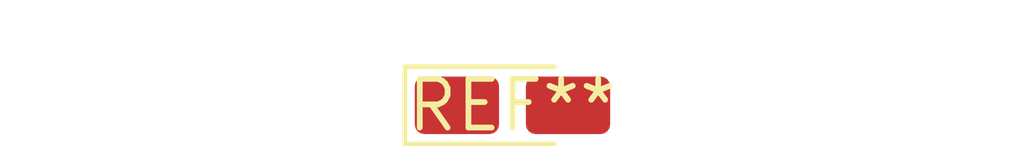
<source format=kicad_pcb>
(kicad_pcb (version 20240108) (generator pcbnew)
  (layers (0 "F.Cu" signal) (31 "B.Cu" signal) (34 "B.Paste" user) (35 "F.Paste" user) (36 "B.SilkS" user "B.Silkscreen") (37 "F.SilkS" user "F.Silkscreen") (38 "B.Mask" user) (39 "F.Mask" user) (44 "Edge.Cuts" user))
  (net 0 "")
  (footprint "D_MicroMELF_Handsoldering" (layer "F.Cu") (at 0 0)
    (property "Reference" "REF**")
    (property "Value" "D_MicroMELF_Handsoldering")
    (fp_line (start -2.81 -1.01) (end -2.81 1.01) (layer "F.SilkS") (stroke (width 0.12)))
    (fp_line (start -2.81 1.01) (end 1.1 1.01) (layer "F.SilkS") (stroke (width 0.12)))
    (fp_line (start 1.1 -1.01) (end -2.81 -1.01) (layer "F.SilkS") (stroke (width 0.12)))
    (pad "1" smd roundrect (at -1.45 0) (size 2.2 1.5) (layers "F.Cu" "F.Paste" "F.Mask") (roundrect_rratio 0.1666666667))
    (pad "2" smd roundrect (at 1.45 0) (size 2.2 1.5) (layers "F.Cu" "F.Paste" "F.Mask") (roundrect_rratio 0.1666666667))
  )
)
</source>
